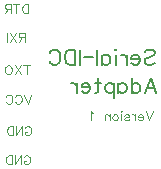
<source format=gbr>
G04 DipTrace 3.1.0.1*
G04 BottomSilk.gbr*
%MOIN*%
G04 #@! TF.FileFunction,Legend,Bot*
G04 #@! TF.Part,Single*
%ADD28C,0.00772*%
%ADD30C,0.004632*%
%FSLAX26Y26*%
G04*
G70*
G90*
G75*
G01*
G04 BotSilk*
%LPD*%
X962661Y810741D2*
D28*
X967414Y815549D1*
X974599Y817926D1*
X984161D1*
X991346Y815549D1*
X996155Y810741D1*
Y805988D1*
X993723Y801179D1*
X991346Y798803D1*
X986593Y796426D1*
X972223Y791618D1*
X967414Y789241D1*
X965038Y786809D1*
X962661Y782056D1*
Y774871D1*
X967414Y770118D1*
X974599Y767686D1*
X984161D1*
X991346Y770118D1*
X996155Y774871D1*
X947222Y786809D2*
X918537D1*
Y791618D1*
X920914Y796426D1*
X923290Y798803D1*
X928099Y801179D1*
X935284D1*
X940037Y798803D1*
X944845Y793994D1*
X947222Y786809D1*
Y782056D1*
X944845Y774871D1*
X940037Y770118D1*
X935284Y767686D1*
X928099D1*
X923290Y770118D1*
X918537Y774871D1*
X903098Y801179D2*
Y767686D1*
Y786809D2*
X900666Y793994D1*
X895913Y798803D1*
X891104Y801179D1*
X883919D1*
X868480Y817926D2*
X866104Y815549D1*
X863672Y817926D1*
X866104Y820358D1*
X868480Y817926D1*
X866104Y801179D2*
Y767686D1*
X819548Y801179D2*
Y767686D1*
Y793994D2*
X824301Y798803D1*
X829109Y801179D1*
X836239D1*
X841047Y798803D1*
X845801Y793994D1*
X848232Y786809D1*
Y782056D1*
X845801Y774871D1*
X841047Y770118D1*
X836239Y767686D1*
X829109D1*
X824301Y770118D1*
X819548Y774871D1*
X804108Y817926D2*
Y767686D1*
X788669Y792778D2*
X761034D1*
X745595Y817926D2*
Y767686D1*
X730156Y817926D2*
Y767686D1*
X713409D1*
X706224Y770118D1*
X701416Y774871D1*
X699039Y779679D1*
X696662Y786809D1*
Y798803D1*
X699039Y805988D1*
X701416Y810741D1*
X706224Y815549D1*
X713409Y817926D1*
X730156D1*
X645353Y805988D2*
X647730Y810741D1*
X652538Y815549D1*
X657291Y817926D1*
X666853D1*
X671662Y815549D1*
X676415Y810741D1*
X678847Y805988D1*
X681223Y798803D1*
Y786809D1*
X678847Y779679D1*
X676415Y774871D1*
X671662Y770118D1*
X666853Y767686D1*
X657291D1*
X652538Y770118D1*
X647730Y774871D1*
X645353Y779679D1*
X963133Y673198D2*
X982311Y723438D1*
X1001434Y673198D1*
X994249Y689944D2*
X970318D1*
X919008Y723438D2*
Y673198D1*
Y699506D2*
X923762Y704314D1*
X928570Y706691D1*
X935755D1*
X940508Y704314D1*
X945317Y699506D1*
X947693Y692321D1*
Y687568D1*
X945317Y680383D1*
X940508Y675629D1*
X935755Y673198D1*
X928570D1*
X923762Y675629D1*
X919008Y680383D1*
X874884Y706691D2*
Y673198D1*
Y699506D2*
X879637Y704314D1*
X884446Y706691D1*
X891576D1*
X896384Y704314D1*
X901137Y699506D1*
X903569Y692321D1*
Y687568D1*
X901137Y680383D1*
X896384Y675629D1*
X891576Y673198D1*
X884446D1*
X879637Y675629D1*
X874884Y680383D1*
X859445Y706691D2*
Y656451D1*
Y699506D2*
X854637Y704259D1*
X849883Y706691D1*
X842698D1*
X837890Y704259D1*
X833137Y699506D1*
X830705Y692321D1*
Y687512D1*
X833137Y680383D1*
X837890Y675574D1*
X842698Y673198D1*
X849883D1*
X854637Y675574D1*
X859445Y680383D1*
X808081Y723438D2*
Y682759D1*
X805704Y675629D1*
X800896Y673198D1*
X796142D1*
X815266Y706691D2*
X798519D1*
X780703Y692321D2*
X752018D1*
Y697129D1*
X754395Y701938D1*
X756771Y704314D1*
X761580Y706691D1*
X768765D1*
X773518Y704314D1*
X778327Y699506D1*
X780703Y692321D1*
Y687568D1*
X778327Y680383D1*
X773518Y675629D1*
X768765Y673198D1*
X761580D1*
X756771Y675629D1*
X752018Y680383D1*
X736579Y706691D2*
Y673198D1*
Y692321D2*
X734147Y699506D1*
X729394Y704314D1*
X724586Y706691D1*
X717400D1*
X989959Y612111D2*
D30*
X978485Y581967D1*
X967011Y612111D1*
X957748Y593441D2*
X940537D1*
Y596326D1*
X941963Y599211D1*
X943389Y600637D1*
X946274Y602063D1*
X950585D1*
X953437Y600637D1*
X956322Y597752D1*
X957748Y593441D1*
Y590589D1*
X956322Y586278D1*
X953437Y583426D1*
X950585Y581967D1*
X946274D1*
X943389Y583426D1*
X940537Y586278D1*
X931273Y602063D2*
Y581967D1*
Y593441D2*
X929814Y597752D1*
X926962Y600637D1*
X924077Y602063D1*
X919766D1*
X894718Y597752D2*
X896144Y600637D1*
X900455Y602063D1*
X904766D1*
X909077Y600637D1*
X910503Y597752D1*
X909077Y594900D1*
X906192Y593441D1*
X899029Y592015D1*
X896144Y590589D1*
X894718Y587704D1*
Y586278D1*
X896144Y583426D1*
X900455Y581967D1*
X904766D1*
X909077Y583426D1*
X910503Y586278D1*
X885454Y612111D2*
X884028Y610685D1*
X882569Y612111D1*
X884028Y613570D1*
X885454Y612111D1*
X884028Y602063D2*
Y581967D1*
X866143Y602063D2*
X868995Y600637D1*
X871880Y597752D1*
X873306Y593441D1*
Y590589D1*
X871880Y586278D1*
X868995Y583426D1*
X866143Y581967D1*
X861832D1*
X858947Y583426D1*
X856095Y586278D1*
X854636Y590589D1*
Y593441D1*
X856095Y597752D1*
X858947Y600637D1*
X861832Y602063D1*
X866143D1*
X845372D2*
Y581967D1*
Y596326D2*
X841061Y600637D1*
X838176Y602063D1*
X833898D1*
X831013Y600637D1*
X829587Y596326D1*
Y581967D1*
X791163Y606341D2*
X788278Y607800D1*
X783967Y612078D1*
Y581967D1*
X562765Y555735D2*
X564191Y558587D1*
X567076Y561472D1*
X569928Y562898D1*
X575665D1*
X578550Y561472D1*
X581402Y558587D1*
X582861Y555735D1*
X584287Y551424D1*
Y544228D1*
X582861Y539950D1*
X581402Y537065D1*
X578550Y534213D1*
X575665Y532754D1*
X569928D1*
X567076Y534213D1*
X564191Y537065D1*
X562765Y539950D1*
Y544228D1*
X569928D1*
X533405Y562898D2*
Y532754D1*
X553501Y562898D1*
Y532754D1*
X524142Y562898D2*
Y532754D1*
X514094D1*
X509783Y534213D1*
X506897Y537065D1*
X505471Y539950D1*
X504046Y544228D1*
Y551424D1*
X505471Y555735D1*
X506897Y558587D1*
X509783Y561472D1*
X514094Y562898D1*
X524142D1*
X558828Y458885D2*
X560254Y461737D1*
X563139Y464622D1*
X565991Y466048D1*
X571728D1*
X574613Y464622D1*
X577465Y461737D1*
X578924Y458885D1*
X580350Y454574D1*
Y447378D1*
X578924Y443100D1*
X577465Y440215D1*
X574613Y437363D1*
X571728Y435904D1*
X565991D1*
X563139Y437363D1*
X560254Y440215D1*
X558828Y443100D1*
Y447378D1*
X565991D1*
X529468Y466048D2*
Y435904D1*
X549564Y466048D1*
Y435904D1*
X520205Y466048D2*
Y435904D1*
X510157D1*
X505846Y437363D1*
X502960Y440215D1*
X501534Y443100D1*
X500109Y447378D1*
Y454574D1*
X501534Y458885D1*
X502960Y461737D1*
X505846Y464622D1*
X510157Y466048D1*
X520205D1*
X584627Y668016D2*
X573154Y637872D1*
X561680Y668016D1*
X530894Y660853D2*
X532320Y663705D1*
X535205Y666590D1*
X538057Y668016D1*
X543794D1*
X546679Y666590D1*
X549531Y663705D1*
X550990Y660853D1*
X552416Y656542D1*
Y649346D1*
X550990Y645068D1*
X549531Y642183D1*
X546679Y639331D1*
X543794Y637872D1*
X538057D1*
X535205Y639331D1*
X532320Y642183D1*
X530894Y645068D1*
X500109Y660853D2*
X501534Y663705D1*
X504420Y666590D1*
X507271Y668016D1*
X513008D1*
X515894Y666590D1*
X518745Y663705D1*
X520205Y660853D1*
X521630Y656542D1*
Y649346D1*
X520205Y645068D1*
X518745Y642183D1*
X515894Y639331D1*
X513008Y637872D1*
X507271D1*
X504420Y639331D1*
X501534Y642183D1*
X500109Y645068D1*
X568578Y765654D2*
Y735510D1*
X578626Y765654D2*
X558530D1*
X549266D2*
X529170Y735510D1*
Y765654D2*
X549266Y735510D1*
X511285Y765654D2*
X514170Y764228D1*
X517022Y761343D1*
X518481Y758491D1*
X519907Y754180D1*
Y746984D1*
X518481Y742706D1*
X517022Y739821D1*
X514170Y736969D1*
X511285Y735510D1*
X505548D1*
X502696Y736969D1*
X499811Y739821D1*
X498385Y742706D1*
X496959Y746984D1*
Y754180D1*
X498385Y758491D1*
X499811Y761343D1*
X502696Y764228D1*
X505548Y765654D1*
X511285D1*
X562371Y859957D2*
X549471D1*
X545160Y861416D1*
X543701Y862842D1*
X542275Y865694D1*
Y868579D1*
X543701Y871431D1*
X545160Y872890D1*
X549471Y874316D1*
X562371D1*
Y844172D1*
X552323Y859957D2*
X542275Y844172D1*
X533011Y874316D2*
X512915Y844172D1*
Y874316D2*
X533011Y844172D1*
X503652Y874316D2*
Y844172D1*
X574199Y969197D2*
Y939053D1*
X564151D1*
X559840Y940513D1*
X556955Y943365D1*
X555529Y946250D1*
X554103Y950527D1*
Y957724D1*
X555529Y962035D1*
X556955Y964886D1*
X559840Y967772D1*
X564151Y969197D1*
X574199D1*
X534792D2*
Y939053D1*
X544840Y969197D2*
X524744D1*
X515480Y954838D2*
X502580D1*
X498269Y956298D1*
X496810Y957724D1*
X495384Y960575D1*
Y963461D1*
X496810Y966312D1*
X498269Y967772D1*
X502580Y969197D1*
X515480D1*
Y939053D1*
X505432Y954838D2*
X495384Y939053D1*
M02*

</source>
